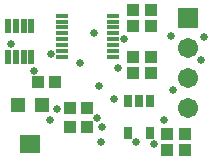
<source format=gts>
G04 Layer_Color=8388736*
%FSLAX25Y25*%
%MOIN*%
G70*
G01*
G75*
%ADD29R,0.03950X0.04343*%
%ADD30R,0.04343X0.03950*%
%ADD31R,0.02716X0.04488*%
%ADD32R,0.02165X0.04724*%
%ADD33R,0.05118X0.05118*%
%ADD34R,0.06693X0.06299*%
%ADD35R,0.04146X0.01669*%
%ADD36C,0.06706*%
%ADD37R,0.06706X0.06706*%
%ADD38C,0.02600*%
D29*
X31102Y11417D02*
D03*
X25591D02*
D03*
X31102Y17717D02*
D03*
X25591D02*
D03*
X20472Y26378D02*
D03*
X14961D02*
D03*
D30*
X63779Y3543D02*
D03*
Y9055D02*
D03*
X52362Y50394D02*
D03*
Y44882D02*
D03*
X46457Y50394D02*
D03*
Y44882D02*
D03*
Y29134D02*
D03*
Y34646D02*
D03*
X52362Y29134D02*
D03*
Y34646D02*
D03*
X57874Y3543D02*
D03*
Y9055D02*
D03*
D31*
X44685Y9449D02*
D03*
X52166D02*
D03*
Y20079D02*
D03*
X48425D02*
D03*
X44685D02*
D03*
D32*
X12598Y44882D02*
D03*
X4921Y34646D02*
D03*
X7480D02*
D03*
X10040D02*
D03*
X12598D02*
D03*
X4921Y44882D02*
D03*
X7480D02*
D03*
X10040D02*
D03*
D33*
X16142Y18504D02*
D03*
X8268D02*
D03*
D34*
X12205Y5709D02*
D03*
D35*
X39764Y34646D02*
D03*
Y36614D02*
D03*
Y38583D02*
D03*
Y40551D02*
D03*
Y42520D02*
D03*
Y44488D02*
D03*
Y46457D02*
D03*
Y48425D02*
D03*
X22835D02*
D03*
Y46457D02*
D03*
Y44488D02*
D03*
Y42520D02*
D03*
Y40551D02*
D03*
Y38583D02*
D03*
Y36614D02*
D03*
Y34646D02*
D03*
D36*
X64961Y17559D02*
D03*
Y27559D02*
D03*
Y37559D02*
D03*
D37*
Y47559D02*
D03*
D38*
X13521Y30078D02*
D03*
X19020Y35478D02*
D03*
X21260Y17323D02*
D03*
X56693Y13780D02*
D03*
X53543Y5512D02*
D03*
X47383Y6408D02*
D03*
X40157Y20472D02*
D03*
X18898Y13780D02*
D03*
X5906Y38976D02*
D03*
X28740Y32677D02*
D03*
X41339Y31102D02*
D03*
X33562Y42520D02*
D03*
X59842Y23622D02*
D03*
X43440Y40784D02*
D03*
X69291Y33465D02*
D03*
X70079Y41339D02*
D03*
X34646Y14173D02*
D03*
X35039Y24803D02*
D03*
X36220Y11417D02*
D03*
X35827Y6299D02*
D03*
X59055Y41732D02*
D03*
M02*

</source>
